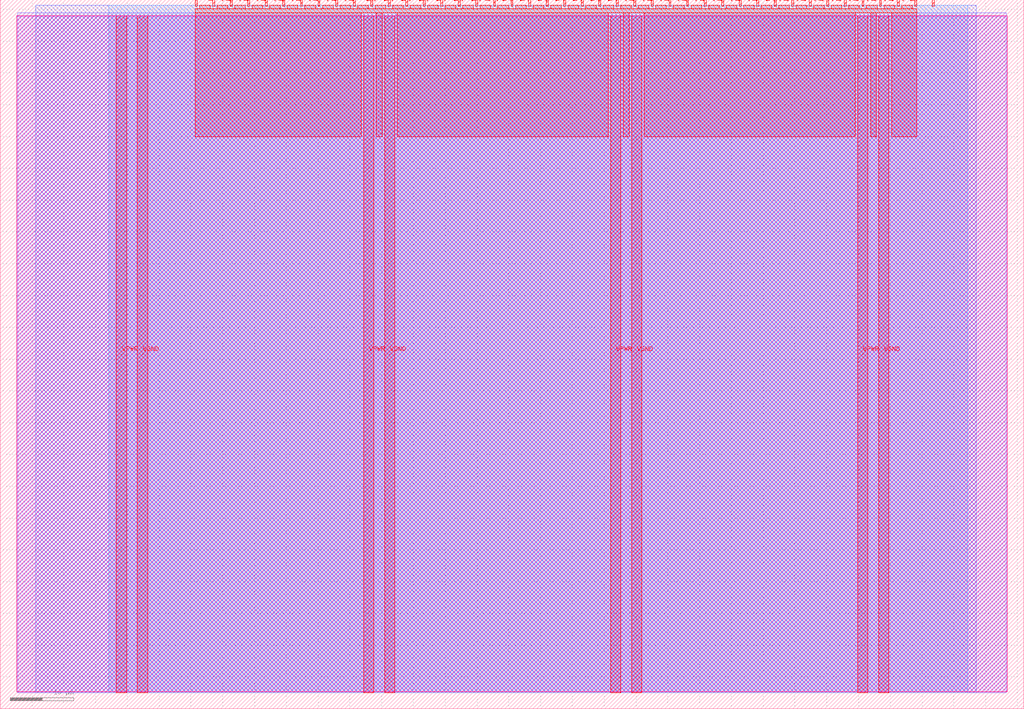
<source format=lef>
VERSION 5.7 ;
  NOWIREEXTENSIONATPIN ON ;
  DIVIDERCHAR "/" ;
  BUSBITCHARS "[]" ;
MACRO tt_um_kailinsley
  CLASS BLOCK ;
  FOREIGN tt_um_kailinsley ;
  ORIGIN 0.000 0.000 ;
  SIZE 161.000 BY 111.520 ;
  PIN VGND
    DIRECTION INOUT ;
    USE GROUND ;
    PORT
      LAYER met4 ;
        RECT 21.580 2.480 23.180 109.040 ;
    END
    PORT
      LAYER met4 ;
        RECT 60.450 2.480 62.050 109.040 ;
    END
    PORT
      LAYER met4 ;
        RECT 99.320 2.480 100.920 109.040 ;
    END
    PORT
      LAYER met4 ;
        RECT 138.190 2.480 139.790 109.040 ;
    END
  END VGND
  PIN VPWR
    DIRECTION INOUT ;
    USE POWER ;
    PORT
      LAYER met4 ;
        RECT 18.280 2.480 19.880 109.040 ;
    END
    PORT
      LAYER met4 ;
        RECT 57.150 2.480 58.750 109.040 ;
    END
    PORT
      LAYER met4 ;
        RECT 96.020 2.480 97.620 109.040 ;
    END
    PORT
      LAYER met4 ;
        RECT 134.890 2.480 136.490 109.040 ;
    END
  END VPWR
  PIN clk
    DIRECTION INPUT ;
    USE SIGNAL ;
    ANTENNAGATEAREA 0.852000 ;
    PORT
      LAYER met4 ;
        RECT 143.830 110.520 144.130 111.520 ;
    END
  END clk
  PIN ena
    DIRECTION INPUT ;
    USE SIGNAL ;
    PORT
      LAYER met4 ;
        RECT 146.590 110.520 146.890 111.520 ;
    END
  END ena
  PIN rst_n
    DIRECTION INPUT ;
    USE SIGNAL ;
    ANTENNAGATEAREA 0.196500 ;
    PORT
      LAYER met4 ;
        RECT 141.070 110.520 141.370 111.520 ;
    END
  END rst_n
  PIN ui_in[0]
    DIRECTION INPUT ;
    USE SIGNAL ;
    ANTENNAGATEAREA 0.213000 ;
    PORT
      LAYER met4 ;
        RECT 138.310 110.520 138.610 111.520 ;
    END
  END ui_in[0]
  PIN ui_in[1]
    DIRECTION INPUT ;
    USE SIGNAL ;
    ANTENNAGATEAREA 0.213000 ;
    PORT
      LAYER met4 ;
        RECT 135.550 110.520 135.850 111.520 ;
    END
  END ui_in[1]
  PIN ui_in[2]
    DIRECTION INPUT ;
    USE SIGNAL ;
    ANTENNAGATEAREA 0.159000 ;
    PORT
      LAYER met4 ;
        RECT 132.790 110.520 133.090 111.520 ;
    END
  END ui_in[2]
  PIN ui_in[3]
    DIRECTION INPUT ;
    USE SIGNAL ;
    ANTENNAGATEAREA 0.196500 ;
    PORT
      LAYER met4 ;
        RECT 130.030 110.520 130.330 111.520 ;
    END
  END ui_in[3]
  PIN ui_in[4]
    DIRECTION INPUT ;
    USE SIGNAL ;
    ANTENNAGATEAREA 0.196500 ;
    PORT
      LAYER met4 ;
        RECT 127.270 110.520 127.570 111.520 ;
    END
  END ui_in[4]
  PIN ui_in[5]
    DIRECTION INPUT ;
    USE SIGNAL ;
    ANTENNAGATEAREA 0.213000 ;
    PORT
      LAYER met4 ;
        RECT 124.510 110.520 124.810 111.520 ;
    END
  END ui_in[5]
  PIN ui_in[6]
    DIRECTION INPUT ;
    USE SIGNAL ;
    ANTENNAGATEAREA 0.213000 ;
    PORT
      LAYER met4 ;
        RECT 121.750 110.520 122.050 111.520 ;
    END
  END ui_in[6]
  PIN ui_in[7]
    DIRECTION INPUT ;
    USE SIGNAL ;
    ANTENNAGATEAREA 0.213000 ;
    PORT
      LAYER met4 ;
        RECT 118.990 110.520 119.290 111.520 ;
    END
  END ui_in[7]
  PIN uio_in[0]
    DIRECTION INPUT ;
    USE SIGNAL ;
    PORT
      LAYER met4 ;
        RECT 116.230 110.520 116.530 111.520 ;
    END
  END uio_in[0]
  PIN uio_in[1]
    DIRECTION INPUT ;
    USE SIGNAL ;
    PORT
      LAYER met4 ;
        RECT 113.470 110.520 113.770 111.520 ;
    END
  END uio_in[1]
  PIN uio_in[2]
    DIRECTION INPUT ;
    USE SIGNAL ;
    PORT
      LAYER met4 ;
        RECT 110.710 110.520 111.010 111.520 ;
    END
  END uio_in[2]
  PIN uio_in[3]
    DIRECTION INPUT ;
    USE SIGNAL ;
    PORT
      LAYER met4 ;
        RECT 107.950 110.520 108.250 111.520 ;
    END
  END uio_in[3]
  PIN uio_in[4]
    DIRECTION INPUT ;
    USE SIGNAL ;
    PORT
      LAYER met4 ;
        RECT 105.190 110.520 105.490 111.520 ;
    END
  END uio_in[4]
  PIN uio_in[5]
    DIRECTION INPUT ;
    USE SIGNAL ;
    PORT
      LAYER met4 ;
        RECT 102.430 110.520 102.730 111.520 ;
    END
  END uio_in[5]
  PIN uio_in[6]
    DIRECTION INPUT ;
    USE SIGNAL ;
    PORT
      LAYER met4 ;
        RECT 99.670 110.520 99.970 111.520 ;
    END
  END uio_in[6]
  PIN uio_in[7]
    DIRECTION INPUT ;
    USE SIGNAL ;
    PORT
      LAYER met4 ;
        RECT 96.910 110.520 97.210 111.520 ;
    END
  END uio_in[7]
  PIN uio_oe[0]
    DIRECTION OUTPUT ;
    USE SIGNAL ;
    PORT
      LAYER met4 ;
        RECT 49.990 110.520 50.290 111.520 ;
    END
  END uio_oe[0]
  PIN uio_oe[1]
    DIRECTION OUTPUT ;
    USE SIGNAL ;
    PORT
      LAYER met4 ;
        RECT 47.230 110.520 47.530 111.520 ;
    END
  END uio_oe[1]
  PIN uio_oe[2]
    DIRECTION OUTPUT ;
    USE SIGNAL ;
    PORT
      LAYER met4 ;
        RECT 44.470 110.520 44.770 111.520 ;
    END
  END uio_oe[2]
  PIN uio_oe[3]
    DIRECTION OUTPUT ;
    USE SIGNAL ;
    PORT
      LAYER met4 ;
        RECT 41.710 110.520 42.010 111.520 ;
    END
  END uio_oe[3]
  PIN uio_oe[4]
    DIRECTION OUTPUT ;
    USE SIGNAL ;
    PORT
      LAYER met4 ;
        RECT 38.950 110.520 39.250 111.520 ;
    END
  END uio_oe[4]
  PIN uio_oe[5]
    DIRECTION OUTPUT ;
    USE SIGNAL ;
    PORT
      LAYER met4 ;
        RECT 36.190 110.520 36.490 111.520 ;
    END
  END uio_oe[5]
  PIN uio_oe[6]
    DIRECTION OUTPUT ;
    USE SIGNAL ;
    PORT
      LAYER met4 ;
        RECT 33.430 110.520 33.730 111.520 ;
    END
  END uio_oe[6]
  PIN uio_oe[7]
    DIRECTION OUTPUT ;
    USE SIGNAL ;
    PORT
      LAYER met4 ;
        RECT 30.670 110.520 30.970 111.520 ;
    END
  END uio_oe[7]
  PIN uio_out[0]
    DIRECTION OUTPUT ;
    USE SIGNAL ;
    PORT
      LAYER met4 ;
        RECT 72.070 110.520 72.370 111.520 ;
    END
  END uio_out[0]
  PIN uio_out[1]
    DIRECTION OUTPUT ;
    USE SIGNAL ;
    PORT
      LAYER met4 ;
        RECT 69.310 110.520 69.610 111.520 ;
    END
  END uio_out[1]
  PIN uio_out[2]
    DIRECTION OUTPUT ;
    USE SIGNAL ;
    PORT
      LAYER met4 ;
        RECT 66.550 110.520 66.850 111.520 ;
    END
  END uio_out[2]
  PIN uio_out[3]
    DIRECTION OUTPUT ;
    USE SIGNAL ;
    PORT
      LAYER met4 ;
        RECT 63.790 110.520 64.090 111.520 ;
    END
  END uio_out[3]
  PIN uio_out[4]
    DIRECTION OUTPUT ;
    USE SIGNAL ;
    PORT
      LAYER met4 ;
        RECT 61.030 110.520 61.330 111.520 ;
    END
  END uio_out[4]
  PIN uio_out[5]
    DIRECTION OUTPUT ;
    USE SIGNAL ;
    PORT
      LAYER met4 ;
        RECT 58.270 110.520 58.570 111.520 ;
    END
  END uio_out[5]
  PIN uio_out[6]
    DIRECTION OUTPUT ;
    USE SIGNAL ;
    PORT
      LAYER met4 ;
        RECT 55.510 110.520 55.810 111.520 ;
    END
  END uio_out[6]
  PIN uio_out[7]
    DIRECTION OUTPUT ;
    USE SIGNAL ;
    PORT
      LAYER met4 ;
        RECT 52.750 110.520 53.050 111.520 ;
    END
  END uio_out[7]
  PIN uo_out[0]
    DIRECTION OUTPUT ;
    USE SIGNAL ;
    ANTENNAGATEAREA 0.868500 ;
    ANTENNADIFFAREA 0.891000 ;
    PORT
      LAYER met4 ;
        RECT 94.150 110.520 94.450 111.520 ;
    END
  END uo_out[0]
  PIN uo_out[1]
    DIRECTION OUTPUT ;
    USE SIGNAL ;
    ANTENNAGATEAREA 0.373500 ;
    ANTENNADIFFAREA 0.891000 ;
    PORT
      LAYER met4 ;
        RECT 91.390 110.520 91.690 111.520 ;
    END
  END uo_out[1]
  PIN uo_out[2]
    DIRECTION OUTPUT ;
    USE SIGNAL ;
    ANTENNAGATEAREA 0.868500 ;
    ANTENNADIFFAREA 0.891000 ;
    PORT
      LAYER met4 ;
        RECT 88.630 110.520 88.930 111.520 ;
    END
  END uo_out[2]
  PIN uo_out[3]
    DIRECTION OUTPUT ;
    USE SIGNAL ;
    ANTENNAGATEAREA 0.373500 ;
    ANTENNADIFFAREA 0.445500 ;
    PORT
      LAYER met4 ;
        RECT 85.870 110.520 86.170 111.520 ;
    END
  END uo_out[3]
  PIN uo_out[4]
    DIRECTION OUTPUT ;
    USE SIGNAL ;
    ANTENNAGATEAREA 0.499500 ;
    ANTENNADIFFAREA 0.891000 ;
    PORT
      LAYER met4 ;
        RECT 83.110 110.520 83.410 111.520 ;
    END
  END uo_out[4]
  PIN uo_out[5]
    DIRECTION OUTPUT ;
    USE SIGNAL ;
    ANTENNAGATEAREA 0.373500 ;
    ANTENNADIFFAREA 0.445500 ;
    PORT
      LAYER met4 ;
        RECT 80.350 110.520 80.650 111.520 ;
    END
  END uo_out[5]
  PIN uo_out[6]
    DIRECTION OUTPUT ;
    USE SIGNAL ;
    ANTENNAGATEAREA 0.373500 ;
    ANTENNADIFFAREA 0.891000 ;
    PORT
      LAYER met4 ;
        RECT 77.590 110.520 77.890 111.520 ;
    END
  END uo_out[6]
  PIN uo_out[7]
    DIRECTION OUTPUT ;
    USE SIGNAL ;
    ANTENNAGATEAREA 0.373500 ;
    ANTENNADIFFAREA 0.891000 ;
    PORT
      LAYER met4 ;
        RECT 74.830 110.520 75.130 111.520 ;
    END
  END uo_out[7]
  OBS
      LAYER nwell ;
        RECT 2.570 2.635 158.430 108.990 ;
      LAYER li1 ;
        RECT 2.760 2.635 158.240 108.885 ;
      LAYER met1 ;
        RECT 2.760 2.480 158.240 109.440 ;
      LAYER met2 ;
        RECT 5.620 2.535 153.540 110.685 ;
      LAYER met3 ;
        RECT 17.085 2.555 152.195 110.665 ;
      LAYER met4 ;
        RECT 31.370 110.120 33.030 110.665 ;
        RECT 34.130 110.120 35.790 110.665 ;
        RECT 36.890 110.120 38.550 110.665 ;
        RECT 39.650 110.120 41.310 110.665 ;
        RECT 42.410 110.120 44.070 110.665 ;
        RECT 45.170 110.120 46.830 110.665 ;
        RECT 47.930 110.120 49.590 110.665 ;
        RECT 50.690 110.120 52.350 110.665 ;
        RECT 53.450 110.120 55.110 110.665 ;
        RECT 56.210 110.120 57.870 110.665 ;
        RECT 58.970 110.120 60.630 110.665 ;
        RECT 61.730 110.120 63.390 110.665 ;
        RECT 64.490 110.120 66.150 110.665 ;
        RECT 67.250 110.120 68.910 110.665 ;
        RECT 70.010 110.120 71.670 110.665 ;
        RECT 72.770 110.120 74.430 110.665 ;
        RECT 75.530 110.120 77.190 110.665 ;
        RECT 78.290 110.120 79.950 110.665 ;
        RECT 81.050 110.120 82.710 110.665 ;
        RECT 83.810 110.120 85.470 110.665 ;
        RECT 86.570 110.120 88.230 110.665 ;
        RECT 89.330 110.120 90.990 110.665 ;
        RECT 92.090 110.120 93.750 110.665 ;
        RECT 94.850 110.120 96.510 110.665 ;
        RECT 97.610 110.120 99.270 110.665 ;
        RECT 100.370 110.120 102.030 110.665 ;
        RECT 103.130 110.120 104.790 110.665 ;
        RECT 105.890 110.120 107.550 110.665 ;
        RECT 108.650 110.120 110.310 110.665 ;
        RECT 111.410 110.120 113.070 110.665 ;
        RECT 114.170 110.120 115.830 110.665 ;
        RECT 116.930 110.120 118.590 110.665 ;
        RECT 119.690 110.120 121.350 110.665 ;
        RECT 122.450 110.120 124.110 110.665 ;
        RECT 125.210 110.120 126.870 110.665 ;
        RECT 127.970 110.120 129.630 110.665 ;
        RECT 130.730 110.120 132.390 110.665 ;
        RECT 133.490 110.120 135.150 110.665 ;
        RECT 136.250 110.120 137.910 110.665 ;
        RECT 139.010 110.120 140.670 110.665 ;
        RECT 141.770 110.120 143.430 110.665 ;
        RECT 30.655 109.440 144.145 110.120 ;
        RECT 30.655 89.935 56.750 109.440 ;
        RECT 59.150 89.935 60.050 109.440 ;
        RECT 62.450 89.935 95.620 109.440 ;
        RECT 98.020 89.935 98.920 109.440 ;
        RECT 101.320 89.935 134.490 109.440 ;
        RECT 136.890 89.935 137.790 109.440 ;
        RECT 140.190 89.935 144.145 109.440 ;
  END
END tt_um_kailinsley
END LIBRARY


</source>
